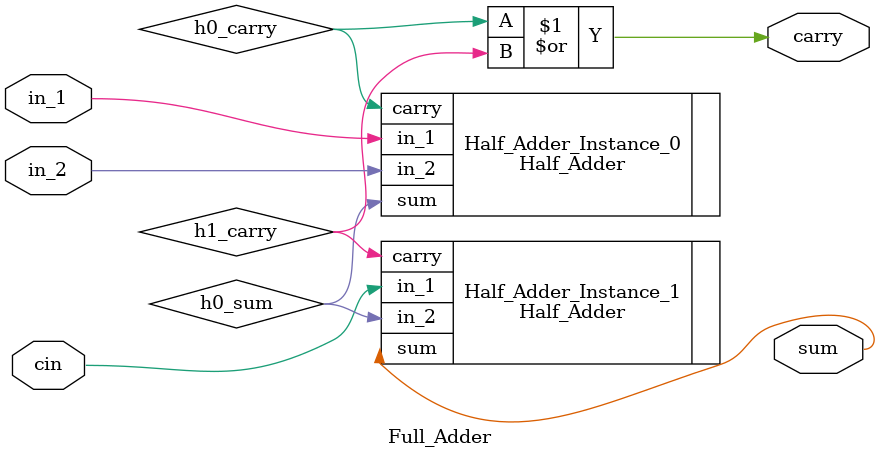
<source format=v>
module Full_Adder(
    input wire in_1,
    input wire in_2,
    input wire cin,

    output wire sum,
    output wire carry
);

wire h0_sum;
wire h0_carry;

wire h1_carry;

Half_Adder Half_Adder_Instance_0 (
    .in_1 (in_1),
    .in_2 (in_2),

    .sum (h0_sum),
    .carry (h0_carry)
);

Half_Adder Half_Adder_Instance_1 (
    .in_1 (cin), 
    .in_2 (h0_sum),

    .sum (sum),
    .carry (h1_carry)
);

assign carry = (h0_carry | h1_carry);

endmodule

</source>
